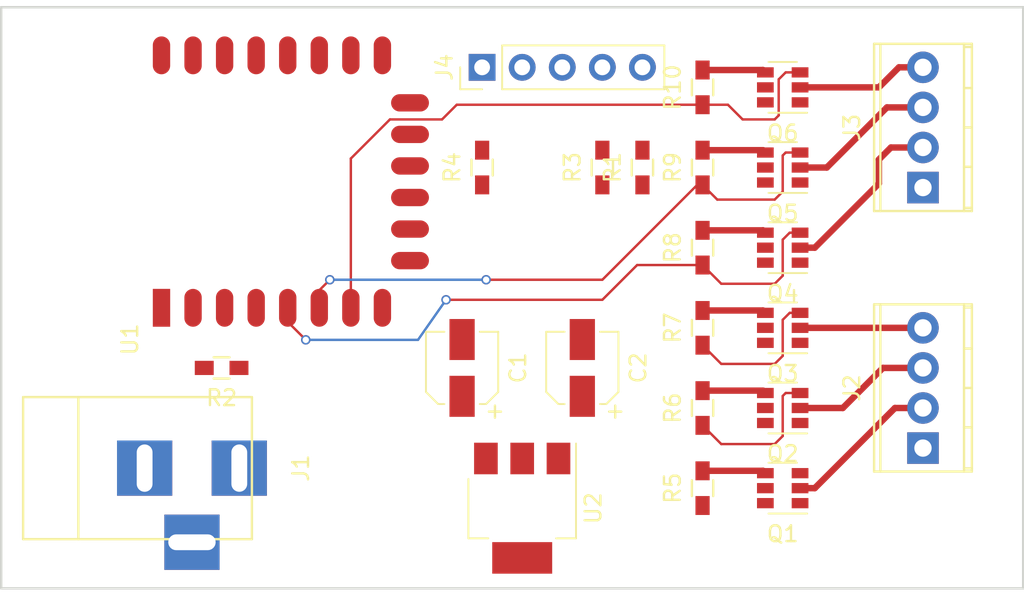
<source format=kicad_pcb>
(kicad_pcb (version 4) (host pcbnew 4.0.6)

  (general
    (links 54)
    (no_connects 34)
    (area 72.314999 99.797618 137.235001 137.899048)
    (thickness 1.6)
    (drawings 4)
    (tracks 83)
    (zones 0)
    (modules 24)
    (nets 22)
  )

  (page USLetter)
  (layers
    (0 F.Cu signal)
    (31 B.Cu signal)
    (32 B.Adhes user)
    (33 F.Adhes user)
    (34 B.Paste user)
    (35 F.Paste user)
    (36 B.SilkS user)
    (37 F.SilkS user)
    (38 B.Mask user)
    (39 F.Mask user)
    (40 Dwgs.User user)
    (41 Cmts.User user)
    (42 Eco1.User user)
    (43 Eco2.User user)
    (44 Edge.Cuts user)
    (45 Margin user)
    (46 B.CrtYd user)
    (47 F.CrtYd user)
    (48 B.Fab user)
    (49 F.Fab user)
  )

  (setup
    (last_trace_width 0.1524)
    (trace_clearance 0.2)
    (zone_clearance 0.508)
    (zone_45_only no)
    (trace_min 0.1524)
    (segment_width 0.2)
    (edge_width 0.15)
    (via_size 0.6)
    (via_drill 0.4)
    (via_min_size 0.4)
    (via_min_drill 0.3)
    (uvia_size 0.3)
    (uvia_drill 0.1)
    (uvias_allowed no)
    (uvia_min_size 0.2)
    (uvia_min_drill 0.1)
    (pcb_text_width 0.3)
    (pcb_text_size 0.75 0.75)
    (mod_edge_width 0.15)
    (mod_text_size 1 1)
    (mod_text_width 0.15)
    (pad_size 1.524 1.524)
    (pad_drill 0.762)
    (pad_to_mask_clearance 0.2)
    (aux_axis_origin 0 0)
    (visible_elements FFFEFF7F)
    (pcbplotparams
      (layerselection 0x00030_80000001)
      (usegerberextensions false)
      (excludeedgelayer true)
      (linewidth 0.100000)
      (plotframeref false)
      (viasonmask false)
      (mode 1)
      (useauxorigin false)
      (hpglpennumber 1)
      (hpglpenspeed 20)
      (hpglpendiameter 15)
      (hpglpenoverlay 2)
      (psnegative false)
      (psa4output false)
      (plotreference true)
      (plotvalue true)
      (plotinvisibletext false)
      (padsonsilk false)
      (subtractmaskfromsilk false)
      (outputformat 1)
      (mirror false)
      (drillshape 1)
      (scaleselection 1)
      (outputdirectory lamps))
  )

  (net 0 "")
  (net 1 +12V)
  (net 2 GND)
  (net 3 +3V3)
  (net 4 /LED1B)
  (net 5 /LED1R)
  (net 6 /LED1G)
  (net 7 /LED2B)
  (net 8 /LED2R)
  (net 9 /LED2G)
  (net 10 /RxD)
  (net 11 /TxD)
  (net 12 /Prog)
  (net 13 /~Reset)
  (net 14 /R1)
  (net 15 /G1)
  (net 16 /B1)
  (net 17 /R2)
  (net 18 /G2)
  (net 19 /B2)
  (net 20 /Enable)
  (net 21 /GPIO15)

  (net_class Default "This is the default net class."
    (clearance 0.2)
    (trace_width 0.1524)
    (via_dia 0.6)
    (via_drill 0.4)
    (uvia_dia 0.3)
    (uvia_drill 0.1)
    (add_net /B1)
    (add_net /B2)
    (add_net /Enable)
    (add_net /G1)
    (add_net /G2)
    (add_net /GPIO15)
    (add_net /Prog)
    (add_net /R1)
    (add_net /R2)
    (add_net /RxD)
    (add_net /TxD)
    (add_net /~Reset)
  )

  (net_class Power ""
    (clearance 0.2)
    (trace_width 0.4064)
    (via_dia 0.6)
    (via_drill 0.4)
    (uvia_dia 0.3)
    (uvia_drill 0.1)
    (add_net +12V)
    (add_net +3V3)
    (add_net /LED1B)
    (add_net /LED1G)
    (add_net /LED1R)
    (add_net /LED2B)
    (add_net /LED2G)
    (add_net /LED2R)
    (add_net GND)
  )

  (module Capacitors_SMD:CP_Elec_4x5.3 (layer F.Cu) (tedit 58AA85FB) (tstamp 58F837F0)
    (at 101.6 123.19 90)
    (descr "SMT capacitor, aluminium electrolytic, 4x5.3")
    (path /58F8618B)
    (attr smd)
    (fp_text reference C1 (at 0 3.54 90) (layer F.SilkS)
      (effects (font (size 1 1) (thickness 0.15)))
    )
    (fp_text value 1u (at 0 -3.54 90) (layer F.Fab)
      (effects (font (size 1 1) (thickness 0.15)))
    )
    (fp_circle (center 0 0) (end 0 2.1) (layer F.Fab) (width 0.1))
    (fp_text user + (at -1.21 -0.08 90) (layer F.Fab)
      (effects (font (size 1 1) (thickness 0.15)))
    )
    (fp_text user + (at -2.77 2.01 90) (layer F.SilkS)
      (effects (font (size 1 1) (thickness 0.15)))
    )
    (fp_text user %R (at 0 3.54 90) (layer F.Fab)
      (effects (font (size 1 1) (thickness 0.15)))
    )
    (fp_line (start 2.13 2.13) (end 2.13 -2.13) (layer F.Fab) (width 0.1))
    (fp_line (start -1.46 2.13) (end 2.13 2.13) (layer F.Fab) (width 0.1))
    (fp_line (start -2.13 1.46) (end -1.46 2.13) (layer F.Fab) (width 0.1))
    (fp_line (start -2.13 -1.46) (end -2.13 1.46) (layer F.Fab) (width 0.1))
    (fp_line (start -1.46 -2.13) (end -2.13 -1.46) (layer F.Fab) (width 0.1))
    (fp_line (start 2.13 -2.13) (end -1.46 -2.13) (layer F.Fab) (width 0.1))
    (fp_line (start -2.29 -1.52) (end -2.29 -1.12) (layer F.SilkS) (width 0.12))
    (fp_line (start 2.29 -2.29) (end 2.29 -1.12) (layer F.SilkS) (width 0.12))
    (fp_line (start 2.29 2.29) (end 2.29 1.12) (layer F.SilkS) (width 0.12))
    (fp_line (start -2.29 1.52) (end -2.29 1.12) (layer F.SilkS) (width 0.12))
    (fp_line (start -1.52 2.29) (end 2.29 2.29) (layer F.SilkS) (width 0.12))
    (fp_line (start -1.52 2.29) (end -2.29 1.52) (layer F.SilkS) (width 0.12))
    (fp_line (start -1.52 -2.29) (end 2.29 -2.29) (layer F.SilkS) (width 0.12))
    (fp_line (start -1.52 -2.29) (end -2.29 -1.52) (layer F.SilkS) (width 0.12))
    (fp_line (start -3.35 -2.39) (end 3.35 -2.39) (layer F.CrtYd) (width 0.05))
    (fp_line (start -3.35 -2.39) (end -3.35 2.38) (layer F.CrtYd) (width 0.05))
    (fp_line (start 3.35 2.38) (end 3.35 -2.39) (layer F.CrtYd) (width 0.05))
    (fp_line (start 3.35 2.38) (end -3.35 2.38) (layer F.CrtYd) (width 0.05))
    (pad 1 smd rect (at -1.8 0 270) (size 2.6 1.6) (layers F.Cu F.Paste F.Mask)
      (net 1 +12V))
    (pad 2 smd rect (at 1.8 0 270) (size 2.6 1.6) (layers F.Cu F.Paste F.Mask)
      (net 2 GND))
    (model Capacitors_SMD.3dshapes/CP_Elec_4x5.3.wrl
      (at (xyz 0 0 0))
      (scale (xyz 1 1 1))
      (rotate (xyz 0 0 180))
    )
  )

  (module Capacitors_SMD:CP_Elec_4x5.3 (layer F.Cu) (tedit 58AA85FB) (tstamp 58F837F6)
    (at 109.22 123.19 90)
    (descr "SMT capacitor, aluminium electrolytic, 4x5.3")
    (path /58F86214)
    (attr smd)
    (fp_text reference C2 (at 0 3.54 90) (layer F.SilkS)
      (effects (font (size 1 1) (thickness 0.15)))
    )
    (fp_text value 10u (at 0 -3.54 90) (layer F.Fab)
      (effects (font (size 1 1) (thickness 0.15)))
    )
    (fp_circle (center 0 0) (end 0 2.1) (layer F.Fab) (width 0.1))
    (fp_text user + (at -1.21 -0.08 90) (layer F.Fab)
      (effects (font (size 1 1) (thickness 0.15)))
    )
    (fp_text user + (at -2.77 2.01 90) (layer F.SilkS)
      (effects (font (size 1 1) (thickness 0.15)))
    )
    (fp_text user %R (at 0 3.54 90) (layer F.Fab)
      (effects (font (size 1 1) (thickness 0.15)))
    )
    (fp_line (start 2.13 2.13) (end 2.13 -2.13) (layer F.Fab) (width 0.1))
    (fp_line (start -1.46 2.13) (end 2.13 2.13) (layer F.Fab) (width 0.1))
    (fp_line (start -2.13 1.46) (end -1.46 2.13) (layer F.Fab) (width 0.1))
    (fp_line (start -2.13 -1.46) (end -2.13 1.46) (layer F.Fab) (width 0.1))
    (fp_line (start -1.46 -2.13) (end -2.13 -1.46) (layer F.Fab) (width 0.1))
    (fp_line (start 2.13 -2.13) (end -1.46 -2.13) (layer F.Fab) (width 0.1))
    (fp_line (start -2.29 -1.52) (end -2.29 -1.12) (layer F.SilkS) (width 0.12))
    (fp_line (start 2.29 -2.29) (end 2.29 -1.12) (layer F.SilkS) (width 0.12))
    (fp_line (start 2.29 2.29) (end 2.29 1.12) (layer F.SilkS) (width 0.12))
    (fp_line (start -2.29 1.52) (end -2.29 1.12) (layer F.SilkS) (width 0.12))
    (fp_line (start -1.52 2.29) (end 2.29 2.29) (layer F.SilkS) (width 0.12))
    (fp_line (start -1.52 2.29) (end -2.29 1.52) (layer F.SilkS) (width 0.12))
    (fp_line (start -1.52 -2.29) (end 2.29 -2.29) (layer F.SilkS) (width 0.12))
    (fp_line (start -1.52 -2.29) (end -2.29 -1.52) (layer F.SilkS) (width 0.12))
    (fp_line (start -3.35 -2.39) (end 3.35 -2.39) (layer F.CrtYd) (width 0.05))
    (fp_line (start -3.35 -2.39) (end -3.35 2.38) (layer F.CrtYd) (width 0.05))
    (fp_line (start 3.35 2.38) (end 3.35 -2.39) (layer F.CrtYd) (width 0.05))
    (fp_line (start 3.35 2.38) (end -3.35 2.38) (layer F.CrtYd) (width 0.05))
    (pad 1 smd rect (at -1.8 0 270) (size 2.6 1.6) (layers F.Cu F.Paste F.Mask)
      (net 3 +3V3))
    (pad 2 smd rect (at 1.8 0 270) (size 2.6 1.6) (layers F.Cu F.Paste F.Mask)
      (net 2 GND))
    (model Capacitors_SMD.3dshapes/CP_Elec_4x5.3.wrl
      (at (xyz 0 0 0))
      (scale (xyz 1 1 1))
      (rotate (xyz 0 0 180))
    )
  )

  (module Connect:BARREL_JACK (layer F.Cu) (tedit 0) (tstamp 58F837FD)
    (at 81.28 129.54)
    (descr "DC Barrel Jack")
    (tags "Power Jack")
    (path /58F83FFD)
    (fp_text reference J1 (at 10.09904 0 90) (layer F.SilkS)
      (effects (font (size 1 1) (thickness 0.15)))
    )
    (fp_text value BARREL_JACK (at 0 -5.99948) (layer F.Fab)
      (effects (font (size 1 1) (thickness 0.15)))
    )
    (fp_line (start -4.0005 -4.50088) (end -4.0005 4.50088) (layer F.SilkS) (width 0.15))
    (fp_line (start -7.50062 -4.50088) (end -7.50062 4.50088) (layer F.SilkS) (width 0.15))
    (fp_line (start -7.50062 4.50088) (end 7.00024 4.50088) (layer F.SilkS) (width 0.15))
    (fp_line (start 7.00024 4.50088) (end 7.00024 -4.50088) (layer F.SilkS) (width 0.15))
    (fp_line (start 7.00024 -4.50088) (end -7.50062 -4.50088) (layer F.SilkS) (width 0.15))
    (pad 1 thru_hole rect (at 6.20014 0) (size 3.50012 3.50012) (drill oval 1.00076 2.99974) (layers *.Cu *.Mask)
      (net 1 +12V))
    (pad 2 thru_hole rect (at 0.20066 0) (size 3.50012 3.50012) (drill oval 1.00076 2.99974) (layers *.Cu *.Mask)
      (net 2 GND))
    (pad 3 thru_hole rect (at 3.2004 4.699) (size 3.50012 3.50012) (drill oval 2.99974 1.00076) (layers *.Cu *.Mask)
      (net 2 GND))
  )

  (module Terminal_Blocks:TerminalBlock_Pheonix_MPT-2.54mm_4pol (layer F.Cu) (tedit 0) (tstamp 58F83805)
    (at 130.81 128.27 90)
    (descr "4-way 2.54mm pitch terminal block, Phoenix MPT series")
    (path /58F8413D)
    (fp_text reference J2 (at 3.81 -4.50088 90) (layer F.SilkS)
      (effects (font (size 1 1) (thickness 0.15)))
    )
    (fp_text value Screw_Terminal_1x04 (at 3.81 4.50088 90) (layer F.Fab)
      (effects (font (size 1 1) (thickness 0.15)))
    )
    (fp_line (start -1.778 -3.302) (end 9.398 -3.302) (layer F.CrtYd) (width 0.05))
    (fp_line (start -1.778 3.302) (end -1.778 -3.302) (layer F.CrtYd) (width 0.05))
    (fp_line (start 9.398 3.302) (end -1.778 3.302) (layer F.CrtYd) (width 0.05))
    (fp_line (start 9.398 -3.302) (end 9.398 3.302) (layer F.CrtYd) (width 0.05))
    (fp_line (start 9.11098 -3.0988) (end -1.49098 -3.0988) (layer F.SilkS) (width 0.15))
    (fp_line (start -1.49098 -2.70002) (end 9.11098 -2.70002) (layer F.SilkS) (width 0.15))
    (fp_line (start -1.49098 2.60096) (end 9.11098 2.60096) (layer F.SilkS) (width 0.15))
    (fp_line (start 9.11098 3.0988) (end -1.49098 3.0988) (layer F.SilkS) (width 0.15))
    (fp_line (start 6.30682 2.60096) (end 6.30682 3.0988) (layer F.SilkS) (width 0.15))
    (fp_line (start 3.81 2.60096) (end 3.81 3.0988) (layer F.SilkS) (width 0.15))
    (fp_line (start -1.28778 3.0988) (end -1.28778 2.60096) (layer F.SilkS) (width 0.15))
    (fp_line (start 8.91032 2.60096) (end 8.91032 3.0988) (layer F.SilkS) (width 0.15))
    (fp_line (start 1.31318 3.0988) (end 1.31318 2.60096) (layer F.SilkS) (width 0.15))
    (fp_line (start 9.10844 3.0988) (end 9.10844 -3.0988) (layer F.SilkS) (width 0.15))
    (fp_line (start -1.4859 -3.0988) (end -1.4859 3.0988) (layer F.SilkS) (width 0.15))
    (pad 4 thru_hole oval (at 7.62 0 270) (size 1.99898 1.99898) (drill 1.09728) (layers *.Cu *.Mask)
      (net 4 /LED1B))
    (pad 1 thru_hole rect (at 0 0 270) (size 1.99898 1.99898) (drill 1.09728) (layers *.Cu *.Mask)
      (net 1 +12V))
    (pad 2 thru_hole oval (at 2.54 0 270) (size 1.99898 1.99898) (drill 1.09728) (layers *.Cu *.Mask)
      (net 5 /LED1R))
    (pad 3 thru_hole oval (at 5.08 0 270) (size 1.99898 1.99898) (drill 1.09728) (layers *.Cu *.Mask)
      (net 6 /LED1G))
    (model Terminal_Blocks.3dshapes/TerminalBlock_Pheonix_MPT-2.54mm_4pol.wrl
      (at (xyz 0.15 0 0))
      (scale (xyz 1 1 1))
      (rotate (xyz 0 0 0))
    )
  )

  (module Terminal_Blocks:TerminalBlock_Pheonix_MPT-2.54mm_4pol (layer F.Cu) (tedit 0) (tstamp 58F8380D)
    (at 130.81 111.76 90)
    (descr "4-way 2.54mm pitch terminal block, Phoenix MPT series")
    (path /58F84224)
    (fp_text reference J3 (at 3.81 -4.50088 90) (layer F.SilkS)
      (effects (font (size 1 1) (thickness 0.15)))
    )
    (fp_text value Screw_Terminal_1x04 (at 3.81 4.50088 90) (layer F.Fab)
      (effects (font (size 1 1) (thickness 0.15)))
    )
    (fp_line (start -1.778 -3.302) (end 9.398 -3.302) (layer F.CrtYd) (width 0.05))
    (fp_line (start -1.778 3.302) (end -1.778 -3.302) (layer F.CrtYd) (width 0.05))
    (fp_line (start 9.398 3.302) (end -1.778 3.302) (layer F.CrtYd) (width 0.05))
    (fp_line (start 9.398 -3.302) (end 9.398 3.302) (layer F.CrtYd) (width 0.05))
    (fp_line (start 9.11098 -3.0988) (end -1.49098 -3.0988) (layer F.SilkS) (width 0.15))
    (fp_line (start -1.49098 -2.70002) (end 9.11098 -2.70002) (layer F.SilkS) (width 0.15))
    (fp_line (start -1.49098 2.60096) (end 9.11098 2.60096) (layer F.SilkS) (width 0.15))
    (fp_line (start 9.11098 3.0988) (end -1.49098 3.0988) (layer F.SilkS) (width 0.15))
    (fp_line (start 6.30682 2.60096) (end 6.30682 3.0988) (layer F.SilkS) (width 0.15))
    (fp_line (start 3.81 2.60096) (end 3.81 3.0988) (layer F.SilkS) (width 0.15))
    (fp_line (start -1.28778 3.0988) (end -1.28778 2.60096) (layer F.SilkS) (width 0.15))
    (fp_line (start 8.91032 2.60096) (end 8.91032 3.0988) (layer F.SilkS) (width 0.15))
    (fp_line (start 1.31318 3.0988) (end 1.31318 2.60096) (layer F.SilkS) (width 0.15))
    (fp_line (start 9.10844 3.0988) (end 9.10844 -3.0988) (layer F.SilkS) (width 0.15))
    (fp_line (start -1.4859 -3.0988) (end -1.4859 3.0988) (layer F.SilkS) (width 0.15))
    (pad 4 thru_hole oval (at 7.62 0 270) (size 1.99898 1.99898) (drill 1.09728) (layers *.Cu *.Mask)
      (net 7 /LED2B))
    (pad 1 thru_hole rect (at 0 0 270) (size 1.99898 1.99898) (drill 1.09728) (layers *.Cu *.Mask)
      (net 1 +12V))
    (pad 2 thru_hole oval (at 2.54 0 270) (size 1.99898 1.99898) (drill 1.09728) (layers *.Cu *.Mask)
      (net 8 /LED2R))
    (pad 3 thru_hole oval (at 5.08 0 270) (size 1.99898 1.99898) (drill 1.09728) (layers *.Cu *.Mask)
      (net 9 /LED2G))
    (model Terminal_Blocks.3dshapes/TerminalBlock_Pheonix_MPT-2.54mm_4pol.wrl
      (at (xyz 0.15 0 0))
      (scale (xyz 1 1 1))
      (rotate (xyz 0 0 0))
    )
  )

  (module Pin_Headers:Pin_Header_Straight_1x05_Pitch2.54mm (layer F.Cu) (tedit 58F8F608) (tstamp 58F83816)
    (at 102.87 104.14 90)
    (descr "Through hole straight pin header, 1x05, 2.54mm pitch, single row")
    (tags "Through hole pin header THT 1x05 2.54mm single row")
    (path /58F8707F)
    (fp_text reference J4 (at 0 -2.39 90) (layer F.SilkS)
      (effects (font (size 1 1) (thickness 0.15)))
    )
    (fp_text value CONN_01X05 (at 2.54 5.842 180) (layer F.Fab)
      (effects (font (size 1 1) (thickness 0.15)))
    )
    (fp_line (start -1.27 -1.27) (end -1.27 11.43) (layer F.Fab) (width 0.1))
    (fp_line (start -1.27 11.43) (end 1.27 11.43) (layer F.Fab) (width 0.1))
    (fp_line (start 1.27 11.43) (end 1.27 -1.27) (layer F.Fab) (width 0.1))
    (fp_line (start 1.27 -1.27) (end -1.27 -1.27) (layer F.Fab) (width 0.1))
    (fp_line (start -1.39 1.27) (end -1.39 11.55) (layer F.SilkS) (width 0.12))
    (fp_line (start -1.39 11.55) (end 1.39 11.55) (layer F.SilkS) (width 0.12))
    (fp_line (start 1.39 11.55) (end 1.39 1.27) (layer F.SilkS) (width 0.12))
    (fp_line (start 1.39 1.27) (end -1.39 1.27) (layer F.SilkS) (width 0.12))
    (fp_line (start -1.39 0) (end -1.39 -1.39) (layer F.SilkS) (width 0.12))
    (fp_line (start -1.39 -1.39) (end 0 -1.39) (layer F.SilkS) (width 0.12))
    (fp_line (start -1.6 -1.6) (end -1.6 11.7) (layer F.CrtYd) (width 0.05))
    (fp_line (start -1.6 11.7) (end 1.6 11.7) (layer F.CrtYd) (width 0.05))
    (fp_line (start 1.6 11.7) (end 1.6 -1.6) (layer F.CrtYd) (width 0.05))
    (fp_line (start 1.6 -1.6) (end -1.6 -1.6) (layer F.CrtYd) (width 0.05))
    (pad 1 thru_hole rect (at 0 0 90) (size 1.7 1.7) (drill 1) (layers *.Cu *.Mask)
      (net 2 GND))
    (pad 2 thru_hole oval (at 0 2.54 90) (size 1.7 1.7) (drill 1) (layers *.Cu *.Mask)
      (net 10 /RxD))
    (pad 3 thru_hole oval (at 0 5.08 90) (size 1.7 1.7) (drill 1) (layers *.Cu *.Mask)
      (net 11 /TxD))
    (pad 4 thru_hole oval (at 0 7.62 90) (size 1.7 1.7) (drill 1) (layers *.Cu *.Mask)
      (net 12 /Prog))
    (pad 5 thru_hole oval (at 0 10.16 90) (size 1.7 1.7) (drill 1) (layers *.Cu *.Mask)
      (net 13 /~Reset))
    (model Pin_Headers.3dshapes/Pin_Header_Straight_1x05_Pitch2.54mm.wrl
      (at (xyz 0 -0.2 0))
      (scale (xyz 1 1 1))
      (rotate (xyz 0 0 90))
    )
  )

  (module TO_SOT_Packages_SMD:SOT-23-6 (layer F.Cu) (tedit 583F3A97) (tstamp 58F8382A)
    (at 121.92 130.81 180)
    (descr "6-pin SOT-23 package")
    (tags SOT-23-6)
    (path /58F58A4C)
    (attr smd)
    (fp_text reference Q1 (at 0 -2.9 180) (layer F.SilkS)
      (effects (font (size 1 1) (thickness 0.15)))
    )
    (fp_text value NMOS-PMOS-SOT23-6 (at 0 2.9 180) (layer F.Fab)
      (effects (font (size 1 1) (thickness 0.15)))
    )
    (fp_line (start -0.9 1.61) (end 0.9 1.61) (layer F.SilkS) (width 0.12))
    (fp_line (start 0.9 -1.61) (end -1.55 -1.61) (layer F.SilkS) (width 0.12))
    (fp_line (start 1.9 -1.8) (end -1.9 -1.8) (layer F.CrtYd) (width 0.05))
    (fp_line (start 1.9 1.8) (end 1.9 -1.8) (layer F.CrtYd) (width 0.05))
    (fp_line (start -1.9 1.8) (end 1.9 1.8) (layer F.CrtYd) (width 0.05))
    (fp_line (start -1.9 -1.8) (end -1.9 1.8) (layer F.CrtYd) (width 0.05))
    (fp_line (start 0.9 -1.55) (end -0.9 -1.55) (layer F.Fab) (width 0.15))
    (fp_line (start -0.9 -1.55) (end -0.9 1.55) (layer F.Fab) (width 0.15))
    (fp_line (start 0.9 1.55) (end -0.9 1.55) (layer F.Fab) (width 0.15))
    (fp_line (start 0.9 -1.55) (end 0.9 1.55) (layer F.Fab) (width 0.15))
    (pad 1 smd rect (at -1.1 -0.95 180) (size 1.06 0.65) (layers F.Cu F.Paste F.Mask))
    (pad 2 smd rect (at -1.1 0 180) (size 1.06 0.65) (layers F.Cu F.Paste F.Mask)
      (net 5 /LED1R))
    (pad 3 smd rect (at -1.1 0.95 180) (size 1.06 0.65) (layers F.Cu F.Paste F.Mask)
      (net 14 /R1))
    (pad 4 smd rect (at 1.1 0.95 180) (size 1.06 0.65) (layers F.Cu F.Paste F.Mask)
      (net 2 GND))
    (pad 6 smd rect (at 1.1 -0.95 180) (size 1.06 0.65) (layers F.Cu F.Paste F.Mask))
    (pad 5 smd rect (at 1.1 0 180) (size 1.06 0.65) (layers F.Cu F.Paste F.Mask))
    (model TO_SOT_Packages_SMD.3dshapes/SOT-23-6.wrl
      (at (xyz 0 0 0))
      (scale (xyz 1 1 1))
      (rotate (xyz 0 0 0))
    )
  )

  (module TO_SOT_Packages_SMD:SOT-23-6 (layer F.Cu) (tedit 583F3A97) (tstamp 58F8383E)
    (at 121.92 125.73 180)
    (descr "6-pin SOT-23 package")
    (tags SOT-23-6)
    (path /58F58AA6)
    (attr smd)
    (fp_text reference Q2 (at 0 -2.9 180) (layer F.SilkS)
      (effects (font (size 1 1) (thickness 0.15)))
    )
    (fp_text value NMOS-PMOS-SOT23-6 (at 0 2.9 180) (layer F.Fab)
      (effects (font (size 1 1) (thickness 0.15)))
    )
    (fp_line (start -0.9 1.61) (end 0.9 1.61) (layer F.SilkS) (width 0.12))
    (fp_line (start 0.9 -1.61) (end -1.55 -1.61) (layer F.SilkS) (width 0.12))
    (fp_line (start 1.9 -1.8) (end -1.9 -1.8) (layer F.CrtYd) (width 0.05))
    (fp_line (start 1.9 1.8) (end 1.9 -1.8) (layer F.CrtYd) (width 0.05))
    (fp_line (start -1.9 1.8) (end 1.9 1.8) (layer F.CrtYd) (width 0.05))
    (fp_line (start -1.9 -1.8) (end -1.9 1.8) (layer F.CrtYd) (width 0.05))
    (fp_line (start 0.9 -1.55) (end -0.9 -1.55) (layer F.Fab) (width 0.15))
    (fp_line (start -0.9 -1.55) (end -0.9 1.55) (layer F.Fab) (width 0.15))
    (fp_line (start 0.9 1.55) (end -0.9 1.55) (layer F.Fab) (width 0.15))
    (fp_line (start 0.9 -1.55) (end 0.9 1.55) (layer F.Fab) (width 0.15))
    (pad 1 smd rect (at -1.1 -0.95 180) (size 1.06 0.65) (layers F.Cu F.Paste F.Mask))
    (pad 2 smd rect (at -1.1 0 180) (size 1.06 0.65) (layers F.Cu F.Paste F.Mask)
      (net 6 /LED1G))
    (pad 3 smd rect (at -1.1 0.95 180) (size 1.06 0.65) (layers F.Cu F.Paste F.Mask)
      (net 15 /G1))
    (pad 4 smd rect (at 1.1 0.95 180) (size 1.06 0.65) (layers F.Cu F.Paste F.Mask)
      (net 2 GND))
    (pad 6 smd rect (at 1.1 -0.95 180) (size 1.06 0.65) (layers F.Cu F.Paste F.Mask))
    (pad 5 smd rect (at 1.1 0 180) (size 1.06 0.65) (layers F.Cu F.Paste F.Mask))
    (model TO_SOT_Packages_SMD.3dshapes/SOT-23-6.wrl
      (at (xyz 0 0 0))
      (scale (xyz 1 1 1))
      (rotate (xyz 0 0 0))
    )
  )

  (module TO_SOT_Packages_SMD:SOT-23-6 (layer F.Cu) (tedit 583F3A97) (tstamp 58F83852)
    (at 121.92 120.65 180)
    (descr "6-pin SOT-23 package")
    (tags SOT-23-6)
    (path /58F58B34)
    (attr smd)
    (fp_text reference Q3 (at 0 -2.9 180) (layer F.SilkS)
      (effects (font (size 1 1) (thickness 0.15)))
    )
    (fp_text value NMOS-PMOS-SOT23-6 (at 0 2.9 180) (layer F.Fab)
      (effects (font (size 1 1) (thickness 0.15)))
    )
    (fp_line (start -0.9 1.61) (end 0.9 1.61) (layer F.SilkS) (width 0.12))
    (fp_line (start 0.9 -1.61) (end -1.55 -1.61) (layer F.SilkS) (width 0.12))
    (fp_line (start 1.9 -1.8) (end -1.9 -1.8) (layer F.CrtYd) (width 0.05))
    (fp_line (start 1.9 1.8) (end 1.9 -1.8) (layer F.CrtYd) (width 0.05))
    (fp_line (start -1.9 1.8) (end 1.9 1.8) (layer F.CrtYd) (width 0.05))
    (fp_line (start -1.9 -1.8) (end -1.9 1.8) (layer F.CrtYd) (width 0.05))
    (fp_line (start 0.9 -1.55) (end -0.9 -1.55) (layer F.Fab) (width 0.15))
    (fp_line (start -0.9 -1.55) (end -0.9 1.55) (layer F.Fab) (width 0.15))
    (fp_line (start 0.9 1.55) (end -0.9 1.55) (layer F.Fab) (width 0.15))
    (fp_line (start 0.9 -1.55) (end 0.9 1.55) (layer F.Fab) (width 0.15))
    (pad 1 smd rect (at -1.1 -0.95 180) (size 1.06 0.65) (layers F.Cu F.Paste F.Mask))
    (pad 2 smd rect (at -1.1 0 180) (size 1.06 0.65) (layers F.Cu F.Paste F.Mask)
      (net 4 /LED1B))
    (pad 3 smd rect (at -1.1 0.95 180) (size 1.06 0.65) (layers F.Cu F.Paste F.Mask)
      (net 16 /B1))
    (pad 4 smd rect (at 1.1 0.95 180) (size 1.06 0.65) (layers F.Cu F.Paste F.Mask)
      (net 2 GND))
    (pad 6 smd rect (at 1.1 -0.95 180) (size 1.06 0.65) (layers F.Cu F.Paste F.Mask))
    (pad 5 smd rect (at 1.1 0 180) (size 1.06 0.65) (layers F.Cu F.Paste F.Mask))
    (model TO_SOT_Packages_SMD.3dshapes/SOT-23-6.wrl
      (at (xyz 0 0 0))
      (scale (xyz 1 1 1))
      (rotate (xyz 0 0 0))
    )
  )

  (module TO_SOT_Packages_SMD:SOT-23-6 (layer F.Cu) (tedit 583F3A97) (tstamp 58F83866)
    (at 121.92 115.57 180)
    (descr "6-pin SOT-23 package")
    (tags SOT-23-6)
    (path /58F58B5A)
    (attr smd)
    (fp_text reference Q4 (at 0 -2.9 180) (layer F.SilkS)
      (effects (font (size 1 1) (thickness 0.15)))
    )
    (fp_text value NMOS-PMOS-SOT23-6 (at 0 2.9 180) (layer F.Fab)
      (effects (font (size 1 1) (thickness 0.15)))
    )
    (fp_line (start -0.9 1.61) (end 0.9 1.61) (layer F.SilkS) (width 0.12))
    (fp_line (start 0.9 -1.61) (end -1.55 -1.61) (layer F.SilkS) (width 0.12))
    (fp_line (start 1.9 -1.8) (end -1.9 -1.8) (layer F.CrtYd) (width 0.05))
    (fp_line (start 1.9 1.8) (end 1.9 -1.8) (layer F.CrtYd) (width 0.05))
    (fp_line (start -1.9 1.8) (end 1.9 1.8) (layer F.CrtYd) (width 0.05))
    (fp_line (start -1.9 -1.8) (end -1.9 1.8) (layer F.CrtYd) (width 0.05))
    (fp_line (start 0.9 -1.55) (end -0.9 -1.55) (layer F.Fab) (width 0.15))
    (fp_line (start -0.9 -1.55) (end -0.9 1.55) (layer F.Fab) (width 0.15))
    (fp_line (start 0.9 1.55) (end -0.9 1.55) (layer F.Fab) (width 0.15))
    (fp_line (start 0.9 -1.55) (end 0.9 1.55) (layer F.Fab) (width 0.15))
    (pad 1 smd rect (at -1.1 -0.95 180) (size 1.06 0.65) (layers F.Cu F.Paste F.Mask))
    (pad 2 smd rect (at -1.1 0 180) (size 1.06 0.65) (layers F.Cu F.Paste F.Mask)
      (net 8 /LED2R))
    (pad 3 smd rect (at -1.1 0.95 180) (size 1.06 0.65) (layers F.Cu F.Paste F.Mask)
      (net 17 /R2))
    (pad 4 smd rect (at 1.1 0.95 180) (size 1.06 0.65) (layers F.Cu F.Paste F.Mask)
      (net 2 GND))
    (pad 6 smd rect (at 1.1 -0.95 180) (size 1.06 0.65) (layers F.Cu F.Paste F.Mask))
    (pad 5 smd rect (at 1.1 0 180) (size 1.06 0.65) (layers F.Cu F.Paste F.Mask))
    (model TO_SOT_Packages_SMD.3dshapes/SOT-23-6.wrl
      (at (xyz 0 0 0))
      (scale (xyz 1 1 1))
      (rotate (xyz 0 0 0))
    )
  )

  (module TO_SOT_Packages_SMD:SOT-23-6 (layer F.Cu) (tedit 583F3A97) (tstamp 58F8387A)
    (at 121.92 110.49 180)
    (descr "6-pin SOT-23 package")
    (tags SOT-23-6)
    (path /58F58B8A)
    (attr smd)
    (fp_text reference Q5 (at 0 -2.9 180) (layer F.SilkS)
      (effects (font (size 1 1) (thickness 0.15)))
    )
    (fp_text value NMOS-PMOS-SOT23-6 (at 0 2.9 180) (layer F.Fab)
      (effects (font (size 1 1) (thickness 0.15)))
    )
    (fp_line (start -0.9 1.61) (end 0.9 1.61) (layer F.SilkS) (width 0.12))
    (fp_line (start 0.9 -1.61) (end -1.55 -1.61) (layer F.SilkS) (width 0.12))
    (fp_line (start 1.9 -1.8) (end -1.9 -1.8) (layer F.CrtYd) (width 0.05))
    (fp_line (start 1.9 1.8) (end 1.9 -1.8) (layer F.CrtYd) (width 0.05))
    (fp_line (start -1.9 1.8) (end 1.9 1.8) (layer F.CrtYd) (width 0.05))
    (fp_line (start -1.9 -1.8) (end -1.9 1.8) (layer F.CrtYd) (width 0.05))
    (fp_line (start 0.9 -1.55) (end -0.9 -1.55) (layer F.Fab) (width 0.15))
    (fp_line (start -0.9 -1.55) (end -0.9 1.55) (layer F.Fab) (width 0.15))
    (fp_line (start 0.9 1.55) (end -0.9 1.55) (layer F.Fab) (width 0.15))
    (fp_line (start 0.9 -1.55) (end 0.9 1.55) (layer F.Fab) (width 0.15))
    (pad 1 smd rect (at -1.1 -0.95 180) (size 1.06 0.65) (layers F.Cu F.Paste F.Mask))
    (pad 2 smd rect (at -1.1 0 180) (size 1.06 0.65) (layers F.Cu F.Paste F.Mask)
      (net 9 /LED2G))
    (pad 3 smd rect (at -1.1 0.95 180) (size 1.06 0.65) (layers F.Cu F.Paste F.Mask)
      (net 18 /G2))
    (pad 4 smd rect (at 1.1 0.95 180) (size 1.06 0.65) (layers F.Cu F.Paste F.Mask)
      (net 2 GND))
    (pad 6 smd rect (at 1.1 -0.95 180) (size 1.06 0.65) (layers F.Cu F.Paste F.Mask))
    (pad 5 smd rect (at 1.1 0 180) (size 1.06 0.65) (layers F.Cu F.Paste F.Mask))
    (model TO_SOT_Packages_SMD.3dshapes/SOT-23-6.wrl
      (at (xyz 0 0 0))
      (scale (xyz 1 1 1))
      (rotate (xyz 0 0 0))
    )
  )

  (module TO_SOT_Packages_SMD:SOT-23-6 (layer F.Cu) (tedit 583F3A97) (tstamp 58F8388E)
    (at 121.92 105.41 180)
    (descr "6-pin SOT-23 package")
    (tags SOT-23-6)
    (path /58F58BC1)
    (attr smd)
    (fp_text reference Q6 (at 0 -2.9 180) (layer F.SilkS)
      (effects (font (size 1 1) (thickness 0.15)))
    )
    (fp_text value NMOS-PMOS-SOT23-6 (at 0 2.9 180) (layer F.Fab)
      (effects (font (size 1 1) (thickness 0.15)))
    )
    (fp_line (start -0.9 1.61) (end 0.9 1.61) (layer F.SilkS) (width 0.12))
    (fp_line (start 0.9 -1.61) (end -1.55 -1.61) (layer F.SilkS) (width 0.12))
    (fp_line (start 1.9 -1.8) (end -1.9 -1.8) (layer F.CrtYd) (width 0.05))
    (fp_line (start 1.9 1.8) (end 1.9 -1.8) (layer F.CrtYd) (width 0.05))
    (fp_line (start -1.9 1.8) (end 1.9 1.8) (layer F.CrtYd) (width 0.05))
    (fp_line (start -1.9 -1.8) (end -1.9 1.8) (layer F.CrtYd) (width 0.05))
    (fp_line (start 0.9 -1.55) (end -0.9 -1.55) (layer F.Fab) (width 0.15))
    (fp_line (start -0.9 -1.55) (end -0.9 1.55) (layer F.Fab) (width 0.15))
    (fp_line (start 0.9 1.55) (end -0.9 1.55) (layer F.Fab) (width 0.15))
    (fp_line (start 0.9 -1.55) (end 0.9 1.55) (layer F.Fab) (width 0.15))
    (pad 1 smd rect (at -1.1 -0.95 180) (size 1.06 0.65) (layers F.Cu F.Paste F.Mask))
    (pad 2 smd rect (at -1.1 0 180) (size 1.06 0.65) (layers F.Cu F.Paste F.Mask)
      (net 7 /LED2B))
    (pad 3 smd rect (at -1.1 0.95 180) (size 1.06 0.65) (layers F.Cu F.Paste F.Mask)
      (net 19 /B2))
    (pad 4 smd rect (at 1.1 0.95 180) (size 1.06 0.65) (layers F.Cu F.Paste F.Mask)
      (net 2 GND))
    (pad 6 smd rect (at 1.1 -0.95 180) (size 1.06 0.65) (layers F.Cu F.Paste F.Mask))
    (pad 5 smd rect (at 1.1 0 180) (size 1.06 0.65) (layers F.Cu F.Paste F.Mask))
    (model TO_SOT_Packages_SMD.3dshapes/SOT-23-6.wrl
      (at (xyz 0 0 0))
      (scale (xyz 1 1 1))
      (rotate (xyz 0 0 0))
    )
  )

  (module Resistors_SMD:R_0603_HandSoldering (layer F.Cu) (tedit 58307AEF) (tstamp 58F83894)
    (at 113.03 110.49 90)
    (descr "Resistor SMD 0603, hand soldering")
    (tags "resistor 0603")
    (path /58F5928B)
    (attr smd)
    (fp_text reference R1 (at 0 -1.9 90) (layer F.SilkS)
      (effects (font (size 1 1) (thickness 0.15)))
    )
    (fp_text value 10k (at 0 1.9 90) (layer F.Fab)
      (effects (font (size 1 1) (thickness 0.15)))
    )
    (fp_line (start -0.8 0.4) (end -0.8 -0.4) (layer F.Fab) (width 0.1))
    (fp_line (start 0.8 0.4) (end -0.8 0.4) (layer F.Fab) (width 0.1))
    (fp_line (start 0.8 -0.4) (end 0.8 0.4) (layer F.Fab) (width 0.1))
    (fp_line (start -0.8 -0.4) (end 0.8 -0.4) (layer F.Fab) (width 0.1))
    (fp_line (start -2 -0.8) (end 2 -0.8) (layer F.CrtYd) (width 0.05))
    (fp_line (start -2 0.8) (end 2 0.8) (layer F.CrtYd) (width 0.05))
    (fp_line (start -2 -0.8) (end -2 0.8) (layer F.CrtYd) (width 0.05))
    (fp_line (start 2 -0.8) (end 2 0.8) (layer F.CrtYd) (width 0.05))
    (fp_line (start 0.5 0.675) (end -0.5 0.675) (layer F.SilkS) (width 0.15))
    (fp_line (start -0.5 -0.675) (end 0.5 -0.675) (layer F.SilkS) (width 0.15))
    (pad 1 smd rect (at -1.1 0 90) (size 1.2 0.9) (layers F.Cu F.Paste F.Mask)
      (net 3 +3V3))
    (pad 2 smd rect (at 1.1 0 90) (size 1.2 0.9) (layers F.Cu F.Paste F.Mask)
      (net 13 /~Reset))
    (model Resistors_SMD.3dshapes/R_0603_HandSoldering.wrl
      (at (xyz 0 0 0))
      (scale (xyz 1 1 1))
      (rotate (xyz 0 0 0))
    )
  )

  (module Resistors_SMD:R_0603_HandSoldering (layer F.Cu) (tedit 58307AEF) (tstamp 58F8389A)
    (at 86.36 123.19 180)
    (descr "Resistor SMD 0603, hand soldering")
    (tags "resistor 0603")
    (path /58F592DE)
    (attr smd)
    (fp_text reference R2 (at 0 -1.9 180) (layer F.SilkS)
      (effects (font (size 1 1) (thickness 0.15)))
    )
    (fp_text value 10k (at 0 1.9 180) (layer F.Fab)
      (effects (font (size 1 1) (thickness 0.15)))
    )
    (fp_line (start -0.8 0.4) (end -0.8 -0.4) (layer F.Fab) (width 0.1))
    (fp_line (start 0.8 0.4) (end -0.8 0.4) (layer F.Fab) (width 0.1))
    (fp_line (start 0.8 -0.4) (end 0.8 0.4) (layer F.Fab) (width 0.1))
    (fp_line (start -0.8 -0.4) (end 0.8 -0.4) (layer F.Fab) (width 0.1))
    (fp_line (start -2 -0.8) (end 2 -0.8) (layer F.CrtYd) (width 0.05))
    (fp_line (start -2 0.8) (end 2 0.8) (layer F.CrtYd) (width 0.05))
    (fp_line (start -2 -0.8) (end -2 0.8) (layer F.CrtYd) (width 0.05))
    (fp_line (start 2 -0.8) (end 2 0.8) (layer F.CrtYd) (width 0.05))
    (fp_line (start 0.5 0.675) (end -0.5 0.675) (layer F.SilkS) (width 0.15))
    (fp_line (start -0.5 -0.675) (end 0.5 -0.675) (layer F.SilkS) (width 0.15))
    (pad 1 smd rect (at -1.1 0 180) (size 1.2 0.9) (layers F.Cu F.Paste F.Mask)
      (net 3 +3V3))
    (pad 2 smd rect (at 1.1 0 180) (size 1.2 0.9) (layers F.Cu F.Paste F.Mask)
      (net 20 /Enable))
    (model Resistors_SMD.3dshapes/R_0603_HandSoldering.wrl
      (at (xyz 0 0 0))
      (scale (xyz 1 1 1))
      (rotate (xyz 0 0 0))
    )
  )

  (module Resistors_SMD:R_0603_HandSoldering (layer F.Cu) (tedit 58307AEF) (tstamp 58F838A0)
    (at 110.49 110.49 90)
    (descr "Resistor SMD 0603, hand soldering")
    (tags "resistor 0603")
    (path /58F5930C)
    (attr smd)
    (fp_text reference R3 (at 0 -1.9 90) (layer F.SilkS)
      (effects (font (size 1 1) (thickness 0.15)))
    )
    (fp_text value 10k (at 0 1.9 90) (layer F.Fab)
      (effects (font (size 1 1) (thickness 0.15)))
    )
    (fp_line (start -0.8 0.4) (end -0.8 -0.4) (layer F.Fab) (width 0.1))
    (fp_line (start 0.8 0.4) (end -0.8 0.4) (layer F.Fab) (width 0.1))
    (fp_line (start 0.8 -0.4) (end 0.8 0.4) (layer F.Fab) (width 0.1))
    (fp_line (start -0.8 -0.4) (end 0.8 -0.4) (layer F.Fab) (width 0.1))
    (fp_line (start -2 -0.8) (end 2 -0.8) (layer F.CrtYd) (width 0.05))
    (fp_line (start -2 0.8) (end 2 0.8) (layer F.CrtYd) (width 0.05))
    (fp_line (start -2 -0.8) (end -2 0.8) (layer F.CrtYd) (width 0.05))
    (fp_line (start 2 -0.8) (end 2 0.8) (layer F.CrtYd) (width 0.05))
    (fp_line (start 0.5 0.675) (end -0.5 0.675) (layer F.SilkS) (width 0.15))
    (fp_line (start -0.5 -0.675) (end 0.5 -0.675) (layer F.SilkS) (width 0.15))
    (pad 1 smd rect (at -1.1 0 90) (size 1.2 0.9) (layers F.Cu F.Paste F.Mask)
      (net 3 +3V3))
    (pad 2 smd rect (at 1.1 0 90) (size 1.2 0.9) (layers F.Cu F.Paste F.Mask)
      (net 12 /Prog))
    (model Resistors_SMD.3dshapes/R_0603_HandSoldering.wrl
      (at (xyz 0 0 0))
      (scale (xyz 1 1 1))
      (rotate (xyz 0 0 0))
    )
  )

  (module Resistors_SMD:R_0603_HandSoldering (layer F.Cu) (tedit 58307AEF) (tstamp 58F838A6)
    (at 102.87 110.49 90)
    (descr "Resistor SMD 0603, hand soldering")
    (tags "resistor 0603")
    (path /58F5933B)
    (attr smd)
    (fp_text reference R4 (at 0 -1.9 90) (layer F.SilkS)
      (effects (font (size 1 1) (thickness 0.15)))
    )
    (fp_text value 10k (at 0 1.9 90) (layer F.Fab)
      (effects (font (size 1 1) (thickness 0.15)))
    )
    (fp_line (start -0.8 0.4) (end -0.8 -0.4) (layer F.Fab) (width 0.1))
    (fp_line (start 0.8 0.4) (end -0.8 0.4) (layer F.Fab) (width 0.1))
    (fp_line (start 0.8 -0.4) (end 0.8 0.4) (layer F.Fab) (width 0.1))
    (fp_line (start -0.8 -0.4) (end 0.8 -0.4) (layer F.Fab) (width 0.1))
    (fp_line (start -2 -0.8) (end 2 -0.8) (layer F.CrtYd) (width 0.05))
    (fp_line (start -2 0.8) (end 2 0.8) (layer F.CrtYd) (width 0.05))
    (fp_line (start -2 -0.8) (end -2 0.8) (layer F.CrtYd) (width 0.05))
    (fp_line (start 2 -0.8) (end 2 0.8) (layer F.CrtYd) (width 0.05))
    (fp_line (start 0.5 0.675) (end -0.5 0.675) (layer F.SilkS) (width 0.15))
    (fp_line (start -0.5 -0.675) (end 0.5 -0.675) (layer F.SilkS) (width 0.15))
    (pad 1 smd rect (at -1.1 0 90) (size 1.2 0.9) (layers F.Cu F.Paste F.Mask)
      (net 21 /GPIO15))
    (pad 2 smd rect (at 1.1 0 90) (size 1.2 0.9) (layers F.Cu F.Paste F.Mask)
      (net 2 GND))
    (model Resistors_SMD.3dshapes/R_0603_HandSoldering.wrl
      (at (xyz 0 0 0))
      (scale (xyz 1 1 1))
      (rotate (xyz 0 0 0))
    )
  )

  (module Resistors_SMD:R_0603_HandSoldering (layer F.Cu) (tedit 58307AEF) (tstamp 58F838AC)
    (at 116.84 130.81 90)
    (descr "Resistor SMD 0603, hand soldering")
    (tags "resistor 0603")
    (path /58F596DD)
    (attr smd)
    (fp_text reference R5 (at 0 -1.9 90) (layer F.SilkS)
      (effects (font (size 1 1) (thickness 0.15)))
    )
    (fp_text value 10k (at 0 1.9 90) (layer F.Fab)
      (effects (font (size 1 1) (thickness 0.15)))
    )
    (fp_line (start -0.8 0.4) (end -0.8 -0.4) (layer F.Fab) (width 0.1))
    (fp_line (start 0.8 0.4) (end -0.8 0.4) (layer F.Fab) (width 0.1))
    (fp_line (start 0.8 -0.4) (end 0.8 0.4) (layer F.Fab) (width 0.1))
    (fp_line (start -0.8 -0.4) (end 0.8 -0.4) (layer F.Fab) (width 0.1))
    (fp_line (start -2 -0.8) (end 2 -0.8) (layer F.CrtYd) (width 0.05))
    (fp_line (start -2 0.8) (end 2 0.8) (layer F.CrtYd) (width 0.05))
    (fp_line (start -2 -0.8) (end -2 0.8) (layer F.CrtYd) (width 0.05))
    (fp_line (start 2 -0.8) (end 2 0.8) (layer F.CrtYd) (width 0.05))
    (fp_line (start 0.5 0.675) (end -0.5 0.675) (layer F.SilkS) (width 0.15))
    (fp_line (start -0.5 -0.675) (end 0.5 -0.675) (layer F.SilkS) (width 0.15))
    (pad 1 smd rect (at -1.1 0 90) (size 1.2 0.9) (layers F.Cu F.Paste F.Mask)
      (net 14 /R1))
    (pad 2 smd rect (at 1.1 0 90) (size 1.2 0.9) (layers F.Cu F.Paste F.Mask)
      (net 2 GND))
    (model Resistors_SMD.3dshapes/R_0603_HandSoldering.wrl
      (at (xyz 0 0 0))
      (scale (xyz 1 1 1))
      (rotate (xyz 0 0 0))
    )
  )

  (module Resistors_SMD:R_0603_HandSoldering (layer F.Cu) (tedit 58307AEF) (tstamp 58F838B2)
    (at 116.84 125.73 90)
    (descr "Resistor SMD 0603, hand soldering")
    (tags "resistor 0603")
    (path /58F59719)
    (attr smd)
    (fp_text reference R6 (at 0 -1.9 90) (layer F.SilkS)
      (effects (font (size 1 1) (thickness 0.15)))
    )
    (fp_text value 10k (at 0 1.9 90) (layer F.Fab)
      (effects (font (size 1 1) (thickness 0.15)))
    )
    (fp_line (start -0.8 0.4) (end -0.8 -0.4) (layer F.Fab) (width 0.1))
    (fp_line (start 0.8 0.4) (end -0.8 0.4) (layer F.Fab) (width 0.1))
    (fp_line (start 0.8 -0.4) (end 0.8 0.4) (layer F.Fab) (width 0.1))
    (fp_line (start -0.8 -0.4) (end 0.8 -0.4) (layer F.Fab) (width 0.1))
    (fp_line (start -2 -0.8) (end 2 -0.8) (layer F.CrtYd) (width 0.05))
    (fp_line (start -2 0.8) (end 2 0.8) (layer F.CrtYd) (width 0.05))
    (fp_line (start -2 -0.8) (end -2 0.8) (layer F.CrtYd) (width 0.05))
    (fp_line (start 2 -0.8) (end 2 0.8) (layer F.CrtYd) (width 0.05))
    (fp_line (start 0.5 0.675) (end -0.5 0.675) (layer F.SilkS) (width 0.15))
    (fp_line (start -0.5 -0.675) (end 0.5 -0.675) (layer F.SilkS) (width 0.15))
    (pad 1 smd rect (at -1.1 0 90) (size 1.2 0.9) (layers F.Cu F.Paste F.Mask)
      (net 15 /G1))
    (pad 2 smd rect (at 1.1 0 90) (size 1.2 0.9) (layers F.Cu F.Paste F.Mask)
      (net 2 GND))
    (model Resistors_SMD.3dshapes/R_0603_HandSoldering.wrl
      (at (xyz 0 0 0))
      (scale (xyz 1 1 1))
      (rotate (xyz 0 0 0))
    )
  )

  (module Resistors_SMD:R_0603_HandSoldering (layer F.Cu) (tedit 58307AEF) (tstamp 58F838B8)
    (at 116.84 120.65 90)
    (descr "Resistor SMD 0603, hand soldering")
    (tags "resistor 0603")
    (path /58F59753)
    (attr smd)
    (fp_text reference R7 (at 0 -1.9 90) (layer F.SilkS)
      (effects (font (size 1 1) (thickness 0.15)))
    )
    (fp_text value 10k (at 0 1.9 90) (layer F.Fab)
      (effects (font (size 1 1) (thickness 0.15)))
    )
    (fp_line (start -0.8 0.4) (end -0.8 -0.4) (layer F.Fab) (width 0.1))
    (fp_line (start 0.8 0.4) (end -0.8 0.4) (layer F.Fab) (width 0.1))
    (fp_line (start 0.8 -0.4) (end 0.8 0.4) (layer F.Fab) (width 0.1))
    (fp_line (start -0.8 -0.4) (end 0.8 -0.4) (layer F.Fab) (width 0.1))
    (fp_line (start -2 -0.8) (end 2 -0.8) (layer F.CrtYd) (width 0.05))
    (fp_line (start -2 0.8) (end 2 0.8) (layer F.CrtYd) (width 0.05))
    (fp_line (start -2 -0.8) (end -2 0.8) (layer F.CrtYd) (width 0.05))
    (fp_line (start 2 -0.8) (end 2 0.8) (layer F.CrtYd) (width 0.05))
    (fp_line (start 0.5 0.675) (end -0.5 0.675) (layer F.SilkS) (width 0.15))
    (fp_line (start -0.5 -0.675) (end 0.5 -0.675) (layer F.SilkS) (width 0.15))
    (pad 1 smd rect (at -1.1 0 90) (size 1.2 0.9) (layers F.Cu F.Paste F.Mask)
      (net 16 /B1))
    (pad 2 smd rect (at 1.1 0 90) (size 1.2 0.9) (layers F.Cu F.Paste F.Mask)
      (net 2 GND))
    (model Resistors_SMD.3dshapes/R_0603_HandSoldering.wrl
      (at (xyz 0 0 0))
      (scale (xyz 1 1 1))
      (rotate (xyz 0 0 0))
    )
  )

  (module Resistors_SMD:R_0603_HandSoldering (layer F.Cu) (tedit 58307AEF) (tstamp 58F838BE)
    (at 116.84 115.57 90)
    (descr "Resistor SMD 0603, hand soldering")
    (tags "resistor 0603")
    (path /58F59791)
    (attr smd)
    (fp_text reference R8 (at 0 -1.9 90) (layer F.SilkS)
      (effects (font (size 1 1) (thickness 0.15)))
    )
    (fp_text value 10k (at 0 1.9 90) (layer F.Fab)
      (effects (font (size 1 1) (thickness 0.15)))
    )
    (fp_line (start -0.8 0.4) (end -0.8 -0.4) (layer F.Fab) (width 0.1))
    (fp_line (start 0.8 0.4) (end -0.8 0.4) (layer F.Fab) (width 0.1))
    (fp_line (start 0.8 -0.4) (end 0.8 0.4) (layer F.Fab) (width 0.1))
    (fp_line (start -0.8 -0.4) (end 0.8 -0.4) (layer F.Fab) (width 0.1))
    (fp_line (start -2 -0.8) (end 2 -0.8) (layer F.CrtYd) (width 0.05))
    (fp_line (start -2 0.8) (end 2 0.8) (layer F.CrtYd) (width 0.05))
    (fp_line (start -2 -0.8) (end -2 0.8) (layer F.CrtYd) (width 0.05))
    (fp_line (start 2 -0.8) (end 2 0.8) (layer F.CrtYd) (width 0.05))
    (fp_line (start 0.5 0.675) (end -0.5 0.675) (layer F.SilkS) (width 0.15))
    (fp_line (start -0.5 -0.675) (end 0.5 -0.675) (layer F.SilkS) (width 0.15))
    (pad 1 smd rect (at -1.1 0 90) (size 1.2 0.9) (layers F.Cu F.Paste F.Mask)
      (net 17 /R2))
    (pad 2 smd rect (at 1.1 0 90) (size 1.2 0.9) (layers F.Cu F.Paste F.Mask)
      (net 2 GND))
    (model Resistors_SMD.3dshapes/R_0603_HandSoldering.wrl
      (at (xyz 0 0 0))
      (scale (xyz 1 1 1))
      (rotate (xyz 0 0 0))
    )
  )

  (module Resistors_SMD:R_0603_HandSoldering (layer F.Cu) (tedit 58307AEF) (tstamp 58F838C4)
    (at 116.84 110.49 90)
    (descr "Resistor SMD 0603, hand soldering")
    (tags "resistor 0603")
    (path /58F597D0)
    (attr smd)
    (fp_text reference R9 (at 0 -1.9 90) (layer F.SilkS)
      (effects (font (size 1 1) (thickness 0.15)))
    )
    (fp_text value 10k (at 0 1.9 90) (layer F.Fab)
      (effects (font (size 1 1) (thickness 0.15)))
    )
    (fp_line (start -0.8 0.4) (end -0.8 -0.4) (layer F.Fab) (width 0.1))
    (fp_line (start 0.8 0.4) (end -0.8 0.4) (layer F.Fab) (width 0.1))
    (fp_line (start 0.8 -0.4) (end 0.8 0.4) (layer F.Fab) (width 0.1))
    (fp_line (start -0.8 -0.4) (end 0.8 -0.4) (layer F.Fab) (width 0.1))
    (fp_line (start -2 -0.8) (end 2 -0.8) (layer F.CrtYd) (width 0.05))
    (fp_line (start -2 0.8) (end 2 0.8) (layer F.CrtYd) (width 0.05))
    (fp_line (start -2 -0.8) (end -2 0.8) (layer F.CrtYd) (width 0.05))
    (fp_line (start 2 -0.8) (end 2 0.8) (layer F.CrtYd) (width 0.05))
    (fp_line (start 0.5 0.675) (end -0.5 0.675) (layer F.SilkS) (width 0.15))
    (fp_line (start -0.5 -0.675) (end 0.5 -0.675) (layer F.SilkS) (width 0.15))
    (pad 1 smd rect (at -1.1 0 90) (size 1.2 0.9) (layers F.Cu F.Paste F.Mask)
      (net 18 /G2))
    (pad 2 smd rect (at 1.1 0 90) (size 1.2 0.9) (layers F.Cu F.Paste F.Mask)
      (net 2 GND))
    (model Resistors_SMD.3dshapes/R_0603_HandSoldering.wrl
      (at (xyz 0 0 0))
      (scale (xyz 1 1 1))
      (rotate (xyz 0 0 0))
    )
  )

  (module Resistors_SMD:R_0603_HandSoldering (layer F.Cu) (tedit 58307AEF) (tstamp 58F838CA)
    (at 116.84 105.41 90)
    (descr "Resistor SMD 0603, hand soldering")
    (tags "resistor 0603")
    (path /58F59810)
    (attr smd)
    (fp_text reference R10 (at 0 -1.9 90) (layer F.SilkS)
      (effects (font (size 1 1) (thickness 0.15)))
    )
    (fp_text value 10k (at 0 1.9 90) (layer F.Fab)
      (effects (font (size 1 1) (thickness 0.15)))
    )
    (fp_line (start -0.8 0.4) (end -0.8 -0.4) (layer F.Fab) (width 0.1))
    (fp_line (start 0.8 0.4) (end -0.8 0.4) (layer F.Fab) (width 0.1))
    (fp_line (start 0.8 -0.4) (end 0.8 0.4) (layer F.Fab) (width 0.1))
    (fp_line (start -0.8 -0.4) (end 0.8 -0.4) (layer F.Fab) (width 0.1))
    (fp_line (start -2 -0.8) (end 2 -0.8) (layer F.CrtYd) (width 0.05))
    (fp_line (start -2 0.8) (end 2 0.8) (layer F.CrtYd) (width 0.05))
    (fp_line (start -2 -0.8) (end -2 0.8) (layer F.CrtYd) (width 0.05))
    (fp_line (start 2 -0.8) (end 2 0.8) (layer F.CrtYd) (width 0.05))
    (fp_line (start 0.5 0.675) (end -0.5 0.675) (layer F.SilkS) (width 0.15))
    (fp_line (start -0.5 -0.675) (end 0.5 -0.675) (layer F.SilkS) (width 0.15))
    (pad 1 smd rect (at -1.1 0 90) (size 1.2 0.9) (layers F.Cu F.Paste F.Mask)
      (net 19 /B2))
    (pad 2 smd rect (at 1.1 0 90) (size 1.2 0.9) (layers F.Cu F.Paste F.Mask)
      (net 2 GND))
    (model Resistors_SMD.3dshapes/R_0603_HandSoldering.wrl
      (at (xyz 0 0 0))
      (scale (xyz 1 1 1))
      (rotate (xyz 0 0 0))
    )
  )

  (module ESP8266:ESP-12E (layer F.Cu) (tedit 559F8D21) (tstamp 58F838E4)
    (at 82.55 119.38 90)
    (descr "Module, ESP-8266, ESP-12, 16 pad, SMD")
    (tags "Module ESP-8266 ESP8266")
    (path /58F5888F)
    (fp_text reference U1 (at -2 -2 90) (layer F.SilkS)
      (effects (font (size 1 1) (thickness 0.15)))
    )
    (fp_text value ESP-12E (at 8 1 90) (layer F.Fab)
      (effects (font (size 1 1) (thickness 0.15)))
    )
    (fp_line (start 16 -8.4) (end 0 -2.6) (layer F.CrtYd) (width 0.1524))
    (fp_line (start 0 -8.4) (end 16 -2.6) (layer F.CrtYd) (width 0.1524))
    (fp_text user "No Copper" (at 7.9 -5.4 90) (layer F.CrtYd)
      (effects (font (size 1 1) (thickness 0.15)))
    )
    (fp_line (start 0 -8.4) (end 0 -2.6) (layer F.CrtYd) (width 0.1524))
    (fp_line (start 0 -2.6) (end 16 -2.6) (layer F.CrtYd) (width 0.1524))
    (fp_line (start 16 -2.6) (end 16 -8.4) (layer F.CrtYd) (width 0.1524))
    (fp_line (start 16 -8.4) (end 0 -8.4) (layer F.CrtYd) (width 0.1524))
    (fp_line (start 16 -8.4) (end 16 15.6) (layer F.Fab) (width 0.1524))
    (fp_line (start 16 15.6) (end 0 15.6) (layer F.Fab) (width 0.1524))
    (fp_line (start 0 15.6) (end 0 -8.4) (layer F.Fab) (width 0.1524))
    (fp_line (start 0 -8.4) (end 16 -8.4) (layer F.Fab) (width 0.1524))
    (pad 9 smd oval (at 2.99 15.75 180) (size 2.4 1.1) (layers F.Cu F.Paste F.Mask)
      (net 2 GND))
    (pad 10 smd oval (at 4.99 15.75 180) (size 2.4 1.1) (layers F.Cu F.Paste F.Mask)
      (net 21 /GPIO15))
    (pad 11 smd oval (at 6.99 15.75 180) (size 2.4 1.1) (layers F.Cu F.Paste F.Mask)
      (net 16 /B1))
    (pad 12 smd oval (at 8.99 15.75 180) (size 2.4 1.1) (layers F.Cu F.Paste F.Mask)
      (net 12 /Prog))
    (pad 13 smd oval (at 10.99 15.75 180) (size 2.4 1.1) (layers F.Cu F.Paste F.Mask)
      (net 15 /G1))
    (pad 14 smd oval (at 12.99 15.75 180) (size 2.4 1.1) (layers F.Cu F.Paste F.Mask)
      (net 14 /R1))
    (pad 1 smd rect (at 0 0 90) (size 2.4 1.1) (layers F.Cu F.Paste F.Mask)
      (net 13 /~Reset))
    (pad 2 smd oval (at 0 2 90) (size 2.4 1.1) (layers F.Cu F.Paste F.Mask))
    (pad 3 smd oval (at 0 4 90) (size 2.4 1.1) (layers F.Cu F.Paste F.Mask)
      (net 20 /Enable))
    (pad 4 smd oval (at 0 6 90) (size 2.4 1.1) (layers F.Cu F.Paste F.Mask))
    (pad 5 smd oval (at 0 8 90) (size 2.4 1.1) (layers F.Cu F.Paste F.Mask)
      (net 17 /R2))
    (pad 6 smd oval (at 0 10 90) (size 2.4 1.1) (layers F.Cu F.Paste F.Mask)
      (net 18 /G2))
    (pad 7 smd oval (at 0 12 90) (size 2.4 1.1) (layers F.Cu F.Paste F.Mask)
      (net 19 /B2))
    (pad 8 smd oval (at 0 14 90) (size 2.4 1.1) (layers F.Cu F.Paste F.Mask)
      (net 3 +3V3))
    (pad 15 smd oval (at 16 14 90) (size 2.4 1.1) (layers F.Cu F.Paste F.Mask)
      (net 10 /RxD))
    (pad 16 smd oval (at 16 12 90) (size 2.4 1.1) (layers F.Cu F.Paste F.Mask)
      (net 11 /TxD))
    (pad 17 smd oval (at 16 10 90) (size 2.4 1.1) (layers F.Cu F.Paste F.Mask))
    (pad 18 smd oval (at 16 8 90) (size 2.4 1.1) (layers F.Cu F.Paste F.Mask))
    (pad 19 smd oval (at 16 6 90) (size 2.4 1.1) (layers F.Cu F.Paste F.Mask))
    (pad 20 smd oval (at 16 4 90) (size 2.4 1.1) (layers F.Cu F.Paste F.Mask))
    (pad 21 smd oval (at 16 2 90) (size 2.4 1.1) (layers F.Cu F.Paste F.Mask))
    (pad 22 smd oval (at 16 0 90) (size 2.4 1.1) (layers F.Cu F.Paste F.Mask))
  )

  (module TO_SOT_Packages_SMD:SOT-223 (layer F.Cu) (tedit 583F3B4E) (tstamp 58F838F8)
    (at 105.41 132.08 270)
    (descr "module CMS SOT223 4 pins")
    (tags "CMS SOT")
    (path /58F85C5C)
    (attr smd)
    (fp_text reference U2 (at 0 -4.5 270) (layer F.SilkS)
      (effects (font (size 1 1) (thickness 0.15)))
    )
    (fp_text value LD1117S33CTR (at 0 4.5 270) (layer F.Fab)
      (effects (font (size 1 1) (thickness 0.15)))
    )
    (fp_line (start 1.91 3.41) (end 1.91 2.15) (layer F.SilkS) (width 0.12))
    (fp_line (start 1.91 -3.41) (end 1.91 -2.15) (layer F.SilkS) (width 0.12))
    (fp_line (start 4.4 -3.6) (end -4.4 -3.6) (layer F.CrtYd) (width 0.05))
    (fp_line (start 4.4 3.6) (end 4.4 -3.6) (layer F.CrtYd) (width 0.05))
    (fp_line (start -4.4 3.6) (end 4.4 3.6) (layer F.CrtYd) (width 0.05))
    (fp_line (start -4.4 -3.6) (end -4.4 3.6) (layer F.CrtYd) (width 0.05))
    (fp_line (start -1.85 -3.35) (end -1.85 3.35) (layer F.Fab) (width 0.15))
    (fp_line (start -1.85 3.41) (end 1.91 3.41) (layer F.SilkS) (width 0.12))
    (fp_line (start -1.85 -3.35) (end 1.85 -3.35) (layer F.Fab) (width 0.15))
    (fp_line (start -4.1 -3.41) (end 1.91 -3.41) (layer F.SilkS) (width 0.12))
    (fp_line (start -1.85 3.35) (end 1.85 3.35) (layer F.Fab) (width 0.15))
    (fp_line (start 1.85 -3.35) (end 1.85 3.35) (layer F.Fab) (width 0.15))
    (pad 4 smd rect (at 3.15 0 270) (size 2 3.8) (layers F.Cu F.Paste F.Mask))
    (pad 2 smd rect (at -3.15 0 270) (size 2 1.5) (layers F.Cu F.Paste F.Mask)
      (net 3 +3V3))
    (pad 3 smd rect (at -3.15 2.3 270) (size 2 1.5) (layers F.Cu F.Paste F.Mask)
      (net 1 +12V))
    (pad 1 smd rect (at -3.15 -2.3 270) (size 2 1.5) (layers F.Cu F.Paste F.Mask)
      (net 2 GND))
    (model TO_SOT_Packages_SMD.3dshapes/SOT-223.wrl
      (at (xyz 0 0 0))
      (scale (xyz 0.4 0.4 0.4))
      (rotate (xyz 0 0 90))
    )
  )

  (gr_line (start 72.39 137.16) (end 72.39 100.33) (angle 90) (layer Edge.Cuts) (width 0.15))
  (gr_line (start 137.16 137.16) (end 72.39 137.16) (angle 90) (layer Edge.Cuts) (width 0.15))
  (gr_line (start 137.16 100.33) (end 137.16 137.16) (angle 90) (layer Edge.Cuts) (width 0.15))
  (gr_line (start 72.39 100.33) (end 137.16 100.33) (angle 90) (layer Edge.Cuts) (width 0.15))

  (segment (start 116.84 129.71) (end 120.67 129.71) (width 0.4064) (layer F.Cu) (net 2))
  (segment (start 120.67 129.71) (end 120.82 129.86) (width 0.4064) (layer F.Cu) (net 2) (tstamp 58FA8C6B))
  (segment (start 116.84 124.63) (end 120.67 124.63) (width 0.4064) (layer F.Cu) (net 2))
  (segment (start 120.67 124.63) (end 120.82 124.78) (width 0.4064) (layer F.Cu) (net 2) (tstamp 58FA8C68))
  (segment (start 116.84 119.55) (end 120.67 119.55) (width 0.4064) (layer F.Cu) (net 2))
  (segment (start 120.67 119.55) (end 120.82 119.7) (width 0.4064) (layer F.Cu) (net 2) (tstamp 58FA8C65))
  (segment (start 116.84 114.47) (end 120.67 114.47) (width 0.4064) (layer F.Cu) (net 2))
  (segment (start 120.67 114.47) (end 120.82 114.62) (width 0.4064) (layer F.Cu) (net 2) (tstamp 58FA8C62))
  (segment (start 116.84 109.39) (end 120.67 109.39) (width 0.4064) (layer F.Cu) (net 2))
  (segment (start 120.67 109.39) (end 120.82 109.54) (width 0.4064) (layer F.Cu) (net 2) (tstamp 58FA8C5F))
  (segment (start 116.84 104.31) (end 120.67 104.31) (width 0.4064) (layer F.Cu) (net 2))
  (segment (start 120.67 104.31) (end 120.82 104.46) (width 0.4064) (layer F.Cu) (net 2) (tstamp 58FA8C5C))
  (segment (start 123.02 120.65) (end 130.81 120.65) (width 0.4064) (layer F.Cu) (net 4))
  (segment (start 123.02 130.81) (end 123.952 130.81) (width 0.4064) (layer F.Cu) (net 5))
  (segment (start 129.032 125.73) (end 130.81 125.73) (width 0.4064) (layer F.Cu) (net 5) (tstamp 58FA8B93))
  (segment (start 123.952 130.81) (end 129.032 125.73) (width 0.4064) (layer F.Cu) (net 5) (tstamp 58FA8B8F))
  (segment (start 123.02 125.73) (end 125.73 125.73) (width 0.4064) (layer F.Cu) (net 6))
  (segment (start 128.27 123.19) (end 130.81 123.19) (width 0.4064) (layer F.Cu) (net 6) (tstamp 58FA8B8B))
  (segment (start 125.73 125.73) (end 128.27 123.19) (width 0.4064) (layer F.Cu) (net 6) (tstamp 58FA8B87))
  (segment (start 123.02 105.41) (end 128.016 105.41) (width 0.4064) (layer F.Cu) (net 7))
  (segment (start 129.286 104.14) (end 130.81 104.14) (width 0.4064) (layer F.Cu) (net 7) (tstamp 58FA8B4B))
  (segment (start 128.016 105.41) (end 129.286 104.14) (width 0.4064) (layer F.Cu) (net 7) (tstamp 58FA8B47))
  (segment (start 123.02 115.57) (end 123.952 115.57) (width 0.4064) (layer F.Cu) (net 8))
  (segment (start 128.778 109.22) (end 130.81 109.22) (width 0.4064) (layer F.Cu) (net 8) (tstamp 58FA8B7E))
  (segment (start 128.016 109.982) (end 128.778 109.22) (width 0.4064) (layer F.Cu) (net 8) (tstamp 58FA8B7A))
  (segment (start 128.016 111.506) (end 128.016 109.982) (width 0.4064) (layer F.Cu) (net 8) (tstamp 58FA8B72))
  (segment (start 123.952 115.57) (end 128.016 111.506) (width 0.4064) (layer F.Cu) (net 8) (tstamp 58FA8B6B))
  (segment (start 123.02 110.49) (end 124.714 110.49) (width 0.4064) (layer F.Cu) (net 9))
  (segment (start 128.524 106.68) (end 130.81 106.68) (width 0.4064) (layer F.Cu) (net 9) (tstamp 58FA8B67))
  (segment (start 124.714 110.49) (end 128.524 106.68) (width 0.4064) (layer F.Cu) (net 9) (tstamp 58FA8B54))
  (segment (start 123.02 124.78) (end 122.108 124.78) (width 0.1524) (layer F.Cu) (net 15))
  (segment (start 118.026 128.016) (end 116.84 126.83) (width 0.1524) (layer F.Cu) (net 15) (tstamp 58FA8CEA))
  (segment (start 121.412 128.016) (end 118.026 128.016) (width 0.1524) (layer F.Cu) (net 15) (tstamp 58FA8CE8))
  (segment (start 121.92 127.508) (end 121.412 128.016) (width 0.1524) (layer F.Cu) (net 15) (tstamp 58FA8CE7))
  (segment (start 121.92 124.968) (end 121.92 127.508) (width 0.1524) (layer F.Cu) (net 15) (tstamp 58FA8CE5))
  (segment (start 122.108 124.78) (end 121.92 124.968) (width 0.1524) (layer F.Cu) (net 15) (tstamp 58FA8CE3))
  (segment (start 123.02 119.7) (end 122.362 119.7) (width 0.1524) (layer F.Cu) (net 16))
  (segment (start 118.026 122.936) (end 116.84 121.75) (width 0.1524) (layer F.Cu) (net 16) (tstamp 58FA8CD1))
  (segment (start 121.412 122.936) (end 118.026 122.936) (width 0.1524) (layer F.Cu) (net 16) (tstamp 58FA8CCF))
  (segment (start 121.92 122.428) (end 121.412 122.936) (width 0.1524) (layer F.Cu) (net 16) (tstamp 58FA8CCB))
  (segment (start 121.92 120.142) (end 121.92 122.428) (width 0.1524) (layer F.Cu) (net 16) (tstamp 58FA8CC8))
  (segment (start 122.362 119.7) (end 121.92 120.142) (width 0.1524) (layer F.Cu) (net 16) (tstamp 58FA8CC6))
  (segment (start 116.84 116.67) (end 112.692 116.67) (width 0.1524) (layer F.Cu) (net 17) (status 400000))
  (segment (start 91.694 121.412) (end 90.55 120.268) (width 0.1524) (layer F.Cu) (net 17) (tstamp 58FA8E07) (status 800000))
  (via (at 91.694 121.412) (size 0.6) (drill 0.4) (layers F.Cu B.Cu) (net 17))
  (segment (start 98.806 121.412) (end 91.694 121.412) (width 0.1524) (layer B.Cu) (net 17) (tstamp 58FA8E00))
  (segment (start 100.584 118.872) (end 98.806 121.412) (width 0.1524) (layer B.Cu) (net 17) (tstamp 58FA8DFF))
  (via (at 100.584 118.872) (size 0.6) (drill 0.4) (layers F.Cu B.Cu) (net 17))
  (segment (start 110.49 118.872) (end 100.584 118.872) (width 0.1524) (layer F.Cu) (net 17) (tstamp 58FA8DFA))
  (segment (start 112.692 116.67) (end 110.49 118.872) (width 0.1524) (layer F.Cu) (net 17) (tstamp 58FA8DF3))
  (segment (start 90.55 120.268) (end 90.55 119.38) (width 0.1524) (layer F.Cu) (net 17) (tstamp 58FA8E08) (status C00000))
  (segment (start 123.02 114.62) (end 122.362 114.62) (width 0.1524) (layer F.Cu) (net 17))
  (segment (start 118.026 117.856) (end 116.84 116.67) (width 0.1524) (layer F.Cu) (net 17) (tstamp 58FA8CBF))
  (segment (start 121.412 117.856) (end 118.026 117.856) (width 0.1524) (layer F.Cu) (net 17) (tstamp 58FA8CBC))
  (segment (start 121.92 117.348) (end 121.412 117.856) (width 0.1524) (layer F.Cu) (net 17) (tstamp 58FA8CBA))
  (segment (start 121.92 115.062) (end 121.92 117.348) (width 0.1524) (layer F.Cu) (net 17) (tstamp 58FA8CB7))
  (segment (start 122.362 114.62) (end 121.92 115.062) (width 0.1524) (layer F.Cu) (net 17) (tstamp 58FA8CB4))
  (segment (start 116.84 111.59) (end 116.502 111.59) (width 0.1524) (layer F.Cu) (net 18) (status C00000))
  (segment (start 116.502 111.59) (end 110.49 117.602) (width 0.1524) (layer F.Cu) (net 18) (tstamp 58FA8DD1) (status 400000))
  (segment (start 93.218 117.602) (end 92.55 118.27) (width 0.1524) (layer F.Cu) (net 18) (tstamp 58FA8DE4) (status 800000))
  (via (at 93.218 117.602) (size 0.6) (drill 0.4) (layers F.Cu B.Cu) (net 18))
  (segment (start 103.124 117.602) (end 93.218 117.602) (width 0.1524) (layer B.Cu) (net 18) (tstamp 58FA8DDD))
  (via (at 103.124 117.602) (size 0.6) (drill 0.4) (layers F.Cu B.Cu) (net 18))
  (segment (start 110.49 117.602) (end 103.124 117.602) (width 0.1524) (layer F.Cu) (net 18) (tstamp 58FA8DD6))
  (segment (start 92.55 118.27) (end 92.55 119.38) (width 0.1524) (layer F.Cu) (net 18) (tstamp 58FA8DE5) (status C00000))
  (segment (start 123.02 109.54) (end 122.108 109.54) (width 0.1524) (layer F.Cu) (net 18))
  (segment (start 117.772 112.522) (end 116.84 111.59) (width 0.1524) (layer F.Cu) (net 18) (tstamp 58FA8CAA))
  (segment (start 121.412 112.522) (end 117.772 112.522) (width 0.1524) (layer F.Cu) (net 18) (tstamp 58FA8CA8))
  (segment (start 121.92 112.014) (end 121.412 112.522) (width 0.1524) (layer F.Cu) (net 18) (tstamp 58FA8CA5))
  (segment (start 121.92 109.728) (end 121.92 112.014) (width 0.1524) (layer F.Cu) (net 18) (tstamp 58FA8CA3))
  (segment (start 122.108 109.54) (end 121.92 109.728) (width 0.1524) (layer F.Cu) (net 18) (tstamp 58FA8C9B))
  (segment (start 116.84 106.51) (end 101.262 106.51) (width 0.1524) (layer F.Cu) (net 19))
  (segment (start 94.55 109.92) (end 94.55 119.38) (width 0.1524) (layer F.Cu) (net 19) (tstamp 58FA8D3E))
  (segment (start 97.028 107.442) (end 94.55 109.92) (width 0.1524) (layer F.Cu) (net 19) (tstamp 58FA8D3A))
  (segment (start 100.33 107.442) (end 97.028 107.442) (width 0.1524) (layer F.Cu) (net 19) (tstamp 58FA8D35))
  (segment (start 101.262 106.51) (end 100.33 107.442) (width 0.1524) (layer F.Cu) (net 19) (tstamp 58FA8D29))
  (segment (start 123.02 104.46) (end 122.108 104.46) (width 0.1524) (layer F.Cu) (net 19))
  (segment (start 118.448 106.51) (end 116.84 106.51) (width 0.1524) (layer F.Cu) (net 19) (tstamp 58FA8C8D))
  (segment (start 119.38 107.442) (end 118.448 106.51) (width 0.1524) (layer F.Cu) (net 19) (tstamp 58FA8C85))
  (segment (start 121.412 107.442) (end 119.38 107.442) (width 0.1524) (layer F.Cu) (net 19) (tstamp 58FA8C80))
  (segment (start 121.666 107.188) (end 121.412 107.442) (width 0.1524) (layer F.Cu) (net 19) (tstamp 58FA8C7E))
  (segment (start 121.666 104.902) (end 121.666 107.188) (width 0.1524) (layer F.Cu) (net 19) (tstamp 58FA8C79))
  (segment (start 122.108 104.46) (end 121.666 104.902) (width 0.1524) (layer F.Cu) (net 19) (tstamp 58FA8C6E))

  (zone (net 2) (net_name GND) (layer B.Cu) (tstamp 58FA8BBF) (hatch edge 0.508)
    (connect_pads (clearance 0.508))
    (min_thickness 0.254)
    (fill (arc_segments 16) (thermal_gap 0.508) (thermal_bridge_width 0.508))
    (polygon
      (pts
        (xy 73.152 101.092) (xy 135.89 101.6) (xy 135.89 136.398) (xy 72.898 136.398)
      )
    )
  )
)

</source>
